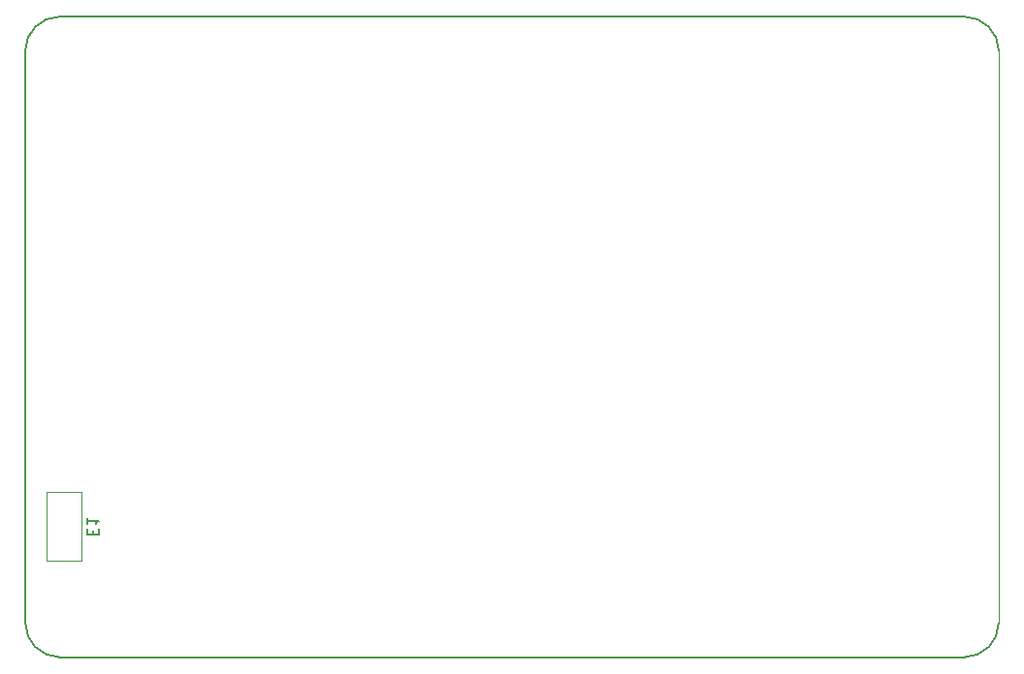
<source format=gbr>
%TF.GenerationSoftware,KiCad,Pcbnew,(6.0.4)*%
%TF.CreationDate,2022-04-11T12:28:49+02:00*%
%TF.ProjectId,PSE_RP2040,5053455f-5250-4323-9034-302e6b696361,rev?*%
%TF.SameCoordinates,Original*%
%TF.FileFunction,Legend,Bot*%
%TF.FilePolarity,Positive*%
%FSLAX46Y46*%
G04 Gerber Fmt 4.6, Leading zero omitted, Abs format (unit mm)*
G04 Created by KiCad (PCBNEW (6.0.4)) date 2022-04-11 12:28:49*
%MOMM*%
%LPD*%
G01*
G04 APERTURE LIST*
%TA.AperFunction,Profile*%
%ADD10C,0.150000*%
%TD*%
%TA.AperFunction,Profile*%
%ADD11C,0.100000*%
%TD*%
%ADD12C,0.150000*%
%ADD13C,0.120000*%
G04 APERTURE END LIST*
D10*
X182000000Y-158000000D02*
X103000000Y-158000000D01*
D11*
X185000000Y-105000000D02*
X185000000Y-155000000D01*
D10*
X100000000Y-155000000D02*
X100000000Y-105000000D01*
X100000000Y-155000000D02*
G75*
G03*
X103000000Y-158000000I3000000J0D01*
G01*
X182000000Y-158000000D02*
G75*
G03*
X185000000Y-155000000I0J3000000D01*
G01*
X103000000Y-102000000D02*
G75*
G03*
X100000000Y-105000000I0J-3000000D01*
G01*
X185000000Y-105000000D02*
G75*
G03*
X182000000Y-102000000I-3000000J0D01*
G01*
X103000000Y-102000000D02*
X182000000Y-102000000D01*
D12*
%TO.C,E1*%
X105949428Y-147248476D02*
X105949428Y-146915142D01*
X105425619Y-146772285D02*
X105425619Y-147248476D01*
X106425619Y-147248476D01*
X106425619Y-146772285D01*
X105425619Y-145819904D02*
X105425619Y-146391333D01*
X105425619Y-146105619D02*
X106425619Y-146105619D01*
X106282761Y-146200857D01*
X106187523Y-146296095D01*
X106139904Y-146391333D01*
D13*
X104878000Y-149558000D02*
X101878000Y-149558000D01*
X104878000Y-143558000D02*
X104878000Y-149558000D01*
X101878000Y-143558000D02*
X104878000Y-143558000D01*
X101878000Y-149558000D02*
X101878000Y-143558000D01*
%TD*%
M02*

</source>
